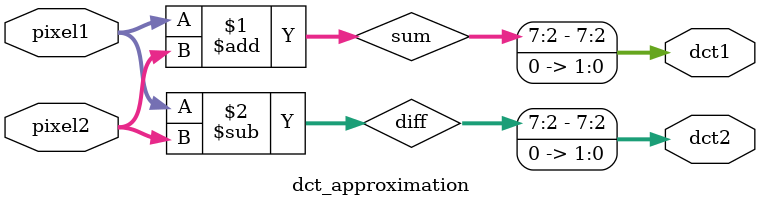
<source format=v>
module dct_approximation (
    input signed [7:0] pixel1,   // Input: Pixel 1
    input signed [7:0] pixel2,   // Input: Pixel 2
    output signed [7:0] dct1,    // Output: DCT coefficient 1
    output signed [7:0] dct2     // Output: DCT coefficient 2
);
    wire signed [7:0] sum, diff;

    // Simple DCT transformation
    assign sum = pixel1 + pixel2;        // Sum for DCT1
    assign diff = pixel1 - pixel2;       // Difference for DCT2

    // Approximation: We truncate the least significant 2 bits to save computational resources
    assign dct1 = {sum[7:2], 2'b00};     // Approximate DCT1 (truncate 2 LSBs)
    assign dct2 = {diff[7:2], 2'b00};    // Approximate DCT2 (truncate 2 LSBs)

endmodule

</source>
